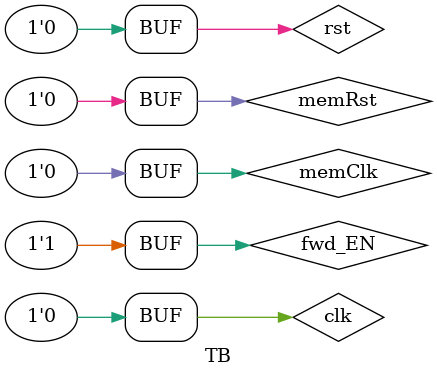
<source format=v>
`timescale 1ns/1ns
module TB();
  reg clk,rst,fwd_EN,memClk,memRst;
  wire SRAM_WE_N;
  wire [15:0] SRAM_ADDR;
  wire [31:0] IFpc;
  wire [63:0] SRAM_DQ;
  
  ARM cut(clk,rst,fwd_EN,IFpc,SRAM_WE_N,SRAM_ADDR,SRAM_DQ);
  Memory mem(memClk,memRst,SRAM_WE_N,SRAM_ADDR,SRAM_DQ);
  
  initial begin
    fwd_EN=1'b1;
    #10 clk=1; memClk=0; rst=1; memRst=1;
    #10 clk=0; rst=0; memRst=0;
    repeat(1000)begin
      #10 clk=~clk; memClk=~memClk; #10 clk=~clk;
    end
  end
endmodule
</source>
